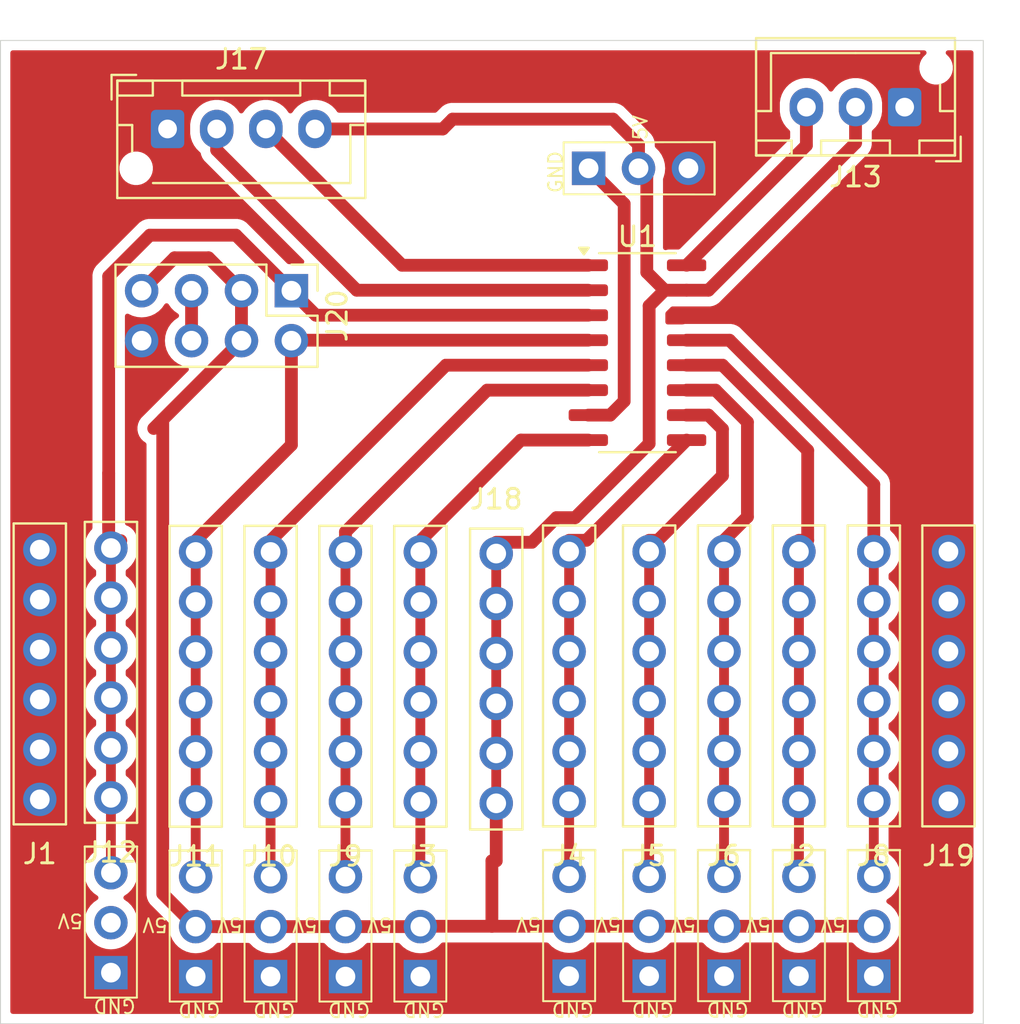
<source format=kicad_pcb>
(kicad_pcb
	(version 20240108)
	(generator "pcbnew")
	(generator_version "8.0")
	(general
		(thickness 1.6)
		(legacy_teardrops no)
	)
	(paper "A4")
	(layers
		(0 "F.Cu" signal)
		(31 "B.Cu" signal)
		(32 "B.Adhes" user "B.Adhesive")
		(33 "F.Adhes" user "F.Adhesive")
		(34 "B.Paste" user)
		(35 "F.Paste" user)
		(36 "B.SilkS" user "B.Silkscreen")
		(37 "F.SilkS" user "F.Silkscreen")
		(38 "B.Mask" user)
		(39 "F.Mask" user)
		(40 "Dwgs.User" user "User.Drawings")
		(41 "Cmts.User" user "User.Comments")
		(42 "Eco1.User" user "User.Eco1")
		(43 "Eco2.User" user "User.Eco2")
		(44 "Edge.Cuts" user)
		(45 "Margin" user)
		(46 "B.CrtYd" user "B.Courtyard")
		(47 "F.CrtYd" user "F.Courtyard")
		(48 "B.Fab" user)
		(49 "F.Fab" user)
		(50 "User.1" user)
		(51 "User.2" user)
		(52 "User.3" user)
		(53 "User.4" user)
		(54 "User.5" user)
		(55 "User.6" user)
		(56 "User.7" user)
		(57 "User.8" user)
		(58 "User.9" user)
	)
	(setup
		(stackup
			(layer "F.SilkS"
				(type "Top Silk Screen")
			)
			(layer "F.Paste"
				(type "Top Solder Paste")
			)
			(layer "F.Mask"
				(type "Top Solder Mask")
				(thickness 0.01)
			)
			(layer "F.Cu"
				(type "copper")
				(thickness 0.035)
			)
			(layer "dielectric 1"
				(type "core")
				(thickness 1.51)
				(material "FR4")
				(epsilon_r 4.5)
				(loss_tangent 0.02)
			)
			(layer "B.Cu"
				(type "copper")
				(thickness 0.035)
			)
			(layer "B.Mask"
				(type "Bottom Solder Mask")
				(thickness 0.01)
			)
			(layer "B.Paste"
				(type "Bottom Solder Paste")
			)
			(layer "B.SilkS"
				(type "Bottom Silk Screen")
			)
			(copper_finish "None")
			(dielectric_constraints no)
		)
		(pad_to_mask_clearance 0)
		(allow_soldermask_bridges_in_footprints no)
		(pcbplotparams
			(layerselection 0x00010fc_ffffffff)
			(plot_on_all_layers_selection 0x0000000_00000000)
			(disableapertmacros no)
			(usegerberextensions no)
			(usegerberattributes yes)
			(usegerberadvancedattributes yes)
			(creategerberjobfile yes)
			(dashed_line_dash_ratio 12.000000)
			(dashed_line_gap_ratio 3.000000)
			(svgprecision 4)
			(plotframeref no)
			(viasonmask no)
			(mode 1)
			(useauxorigin no)
			(hpglpennumber 1)
			(hpglpenspeed 20)
			(hpglpendiameter 15.000000)
			(pdf_front_fp_property_popups yes)
			(pdf_back_fp_property_popups yes)
			(dxfpolygonmode yes)
			(dxfimperialunits yes)
			(dxfusepcbnewfont yes)
			(psnegative no)
			(psa4output no)
			(plotreference yes)
			(plotvalue yes)
			(plotfptext yes)
			(plotinvisibletext no)
			(sketchpadsonfab no)
			(subtractmaskfromsilk no)
			(outputformat 1)
			(mirror no)
			(drillshape 1)
			(scaleselection 1)
			(outputdirectory "")
		)
	)
	(net 0 "")
	(net 1 "5V")
	(net 2 "GND")
	(net 3 "SWIO")
	(net 4 "SCL")
	(net 5 "SDA")
	(net 6 "PWM2")
	(net 7 "/PC7")
	(net 8 "/PC5")
	(net 9 "RC_IN")
	(net 10 "PWM1")
	(net 11 "/PD7")
	(net 12 "/PD6")
	(net 13 "/PA1")
	(net 14 "/PD5")
	(net 15 "/PA2")
	(net 16 "/PD4")
	(net 17 "Net-(J20-Pin_5)")
	(footprint "Stripe-ch32:Servo_pads" (layer "F.Cu") (at 5.618019 54.90011 180))
	(footprint "Connector_PinHeader_2.54mm:PinHeader_2x04_P2.54mm_Vertical" (layer "F.Cu") (at 14.8 20.225 -90))
	(footprint "Package_SO:SOP-16_3.9x9.9mm_P1.27mm" (layer "F.Cu") (at 32.405 23.375))
	(footprint "Stripe-ch32:stripe" (layer "F.Cu") (at 36.81 39.84 90))
	(footprint "Connector_JST:JST_XH_B4B-XH-AM_1x04_P2.50mm_Vertical" (layer "F.Cu") (at 8.5 12))
	(footprint "Stripe-ch32:Servo_pads" (layer "F.Cu") (at 40.62 55.08 180))
	(footprint "Stripe-ch32:Servo_pads" (layer "F.Cu") (at 9.93 55.1 180))
	(footprint "Stripe-ch32:stripe" (layer "F.Cu") (at 21.36 39.86 90))
	(footprint "Stripe-ch32:stripe" (layer "F.Cu") (at 40.62 39.84 90))
	(footprint "Stripe-ch32:stripe" (layer "F.Cu") (at 44.43 39.84 90))
	(footprint "Stripe-ch32:stripe" (layer "F.Cu") (at 13.74 39.86 90))
	(footprint "Stripe-ch32:Servo_pads" (layer "F.Cu") (at 29.92 14 90))
	(footprint "Stripe-ch32:stripe" (layer "F.Cu") (at 2 39.74 90))
	(footprint "Stripe-ch32:stripe" (layer "F.Cu") (at 17.55 39.86 90))
	(footprint "Stripe-ch32:Servo_pads" (layer "F.Cu") (at 36.81 55.08 180))
	(footprint "Stripe-ch32:stripe" (layer "F.Cu") (at 28.93 39.84 90))
	(footprint "Stripe-ch32:Servo_pads" (layer "F.Cu") (at 13.74 55.1 180))
	(footprint "Stripe-ch32:stripe" (layer "F.Cu") (at 33 39.84 90))
	(footprint "Stripe-ch32:stripe" (layer "F.Cu") (at 5.618019 39.66011 90))
	(footprint "Stripe-ch32:Servo_pads" (layer "F.Cu") (at 44.43 55.08 180))
	(footprint "Stripe-ch32:Servo_pads" (layer "F.Cu") (at 21.36 55.1 180))
	(footprint "Stripe-ch32:stripe" (layer "F.Cu") (at 25.220495 39.940275 -90))
	(footprint "Stripe-ch32:Servo_pads" (layer "F.Cu") (at 33 55.08 180))
	(footprint "Stripe-ch32:stripe" (layer "F.Cu") (at 48.227718 39.840917 90))
	(footprint "Stripe-ch32:stripe" (layer "F.Cu") (at 9.93 39.86 90))
	(footprint "Connector_JST:JST_XH_B3B-XH-AM_1x03_P2.50mm_Vertical" (layer "F.Cu") (at 46 10.89 180))
	(footprint "Stripe-ch32:Servo_pads" (layer "F.Cu") (at 17.55 55.1 180))
	(footprint "Stripe-ch32:Servo_pads" (layer "F.Cu") (at 28.93 55.08 180))
	(gr_rect
		(start 0 7.5)
		(end 50 57.5)
		(stroke
			(width 0.05)
			(type default)
		)
		(fill none)
		(layer "Edge.Cuts")
		(uuid "303295d6-c977-49c9-ba67-63731e697983")
	)
	(segment
		(start 16 12)
		(end 22.5 12)
		(width 0.65)
		(layer "F.Cu")
		(net 1)
		(uuid "05880e15-a80c-4dd3-afba-8a88bfb629cf")
	)
	(segment
		(start 27.035917 33.015275)
		(end 25.220495 33.015275)
		(width 0.65)
		(layer "F.Cu")
		(net 1)
		(uuid "12642a44-6af7-4259-9af6-9a5267e6523c")
	)
	(segment
		(start 33.791986 20.2)
		(end 33 20.991986)
		(width 0.65)
		(layer "F.Cu")
		(net 1)
		(uuid "293b97ef-59af-4cf7-a8ef-0916facc7b12")
	)
	(segment
		(start 22.5 12)
		(end 23 11.5)
		(width 0.65)
		(layer "F.Cu")
		(net 1)
		(uuid "29de0fb7-2b86-4328-a066-f33760a0cdd5")
	)
	(segment
		(start 10.585 18.55)
		(end 8.855 18.55)
		(width 0.65)
		(layer "F.Cu")
		(net 1)
		(uuid "2e7b12b8-4c79-4bc5-8654-3f84b3cfa306")
	)
	(segment
		(start 40.62 52.54)
		(end 44.43 52.54)
		(width 0.65)
		(layer "F.Cu")
		(net 1)
		(uuid "314ad16c-62bf-4198-95d9-28dc2fbb40b7")
	)
	(segment
		(start 33 20.991986)
		(end 33 28)
		(width 0.65)
		(layer "F.Cu")
		(net 1)
		(uuid "340d75b2-c184-47b4-a9ca-aa287821dd98")
	)
	(segment
		(start 33.791986 20.2)
		(end 32.88 19.288014)
		(width 0.65)
		(layer "F.Cu")
		(net 1)
		(uuid "3bb38ea5-f2f4-40cd-9e06-dda044bb2d9d")
	)
	(segment
		(start 21.38 52.54)
		(end 21.36 52.56)
		(width 0.65)
		(layer "F.Cu")
		(net 1)
		(uuid "3efe13e0-0cbe-457b-8844-a999eb5047e0")
	)
	(segment
		(start 36.81 52.54)
		(end 40.62 52.54)
		(width 0.65)
		(layer "F.Cu")
		(net 1)
		(uuid "44ab8787-c54a-428a-87c0-e2daf4f19ee2")
	)
	(segment
		(start 36.018014 20.2)
		(end 43.5 12.718014)
		(width 0.65)
		(layer "F.Cu")
		(net 1)
		(uuid "4a7c5f0b-b31b-4e8d-8359-316d37c9d1bf")
	)
	(segment
		(start 25 52.54)
		(end 21.38 52.54)
		(width 0.65)
		(layer "F.Cu")
		(net 1)
		(uuid "543617b3-c6b0-4b87-a30e-1ae04ef4fbea")
	)
	(segment
		(start 7.795 27.23)
		(end 12.26 22.765)
		(width 0.65)
		(layer "F.Cu")
		(net 1)
		(uuid "5c905d39-f895-4fac-9985-b213d5f5fd91")
	)
	(segment
		(start 17.55 52.56)
		(end 13.74 52.56)
		(width 0.65)
		(layer "F.Cu")
		(net 1)
		(uuid "66d30e67-8a84-4029-8100-bd5afa234be7")
	)
	(segment
		(start 28.286192 31.765)
		(end 27.035917 33.015275)
		(width 0.65)
		(layer "F.Cu")
		(net 1)
		(uuid "682e9c27-20b6-4069-af73-2f43ce9b9bf9")
	)
	(segment
		(start 33 52.54)
		(end 36.81 52.54)
		(width 0.65)
		(layer "F.Cu")
		(net 1)
		(uuid "6cd11ca5-8259-48ef-8418-f71adfad61d3")
	)
	(segment
		(start 13.74 52.56)
		(end 11 52.56)
		(width 0.65)
		(layer "F.Cu")
		(net 1)
		(uuid "74478b07-aeea-4720-b771-87a9e66b4606")
	)
	(segment
		(start 8.255 50.885)
		(end 9.93 52.56)
		(width 0.65)
		(layer "F.Cu")
		(net 1)
		(uuid "7499daef-dd5e-4ffc-9ab6-8af0120b3748")
	)
	(segment
		(start 21.36 52.56)
		(end 17.55 52.56)
		(width 0.65)
		(layer "F.Cu")
		(net 1)
		(uuid "766414ce-bb9a-47de-a788-7983baff8302")
	)
	(segment
		(start 34.905 20.2)
		(end 33.791986 20.2)
		(width 0.65)
		(layer "F.Cu")
		(net 1)
		(uuid "76971362-a7b4-4bb0-8138-a07d937bbaaa")
	)
	(segment
		(start 25 49.215)
		(end 25.220495 49.215)
		(width 0.65)
		(layer "F.Cu")
		(net 1)
		(uuid "7facc756-a97c-48ae-890e-b8b9fe67c853")
	)
	(segment
		(start 32.88 14.42)
		(end 32.46 14)
		(width 0.65)
		(layer "F.Cu")
		(net 1)
		(uuid "823c641f-1c86-412f-ac68-3bc17504498e")
	)
	(segment
		(start 25.220495 49.215)
		(end 25.220495 46.865275)
		(width 0.65)
		(layer "F.Cu")
		(net 1)
		(uuid "82c7a138-a7ba-4d24-8b42-a3d08fd70bc5")
	)
	(segment
		(start 12.26 22.765)
		(end 12.26 20.225)
		(width 0.65)
		(layer "F.Cu")
		(net 1)
		(uuid "8926d46a-7c60-4e08-983d-c298633b7372")
	)
	(segment
		(start 12.26 22.765)
		(end 8.255 26.77)
		(width 0.65)
		(layer "F.Cu")
		(net 1)
		(uuid "8981fba5-aaba-452b-8701-7f6aa1041bb1")
	)
	(segment
		(start 32.88 19.288014)
		(end 32.88 14.42)
		(width 0.65)
		(layer "F.Cu")
		(net 1)
		(uuid "8e9fc69f-ac92-4725-b25f-c144a5850653")
	)
	(segment
		(start 33 28)
		(end 29.235 31.765)
		(width 0.65)
		(layer "F.Cu")
		(net 1)
		(uuid "974ea583-1142-41df-8efe-d3c282db3a9b")
	)
	(segment
		(start 29.235 31.765)
		(end 28.286192 31.765)
		(width 0.65)
		(layer "F.Cu")
		(net 1)
		(uuid "9ba3c846-ce9f-499d-a435-98e1e993c71c")
	)
	(segment
		(start 28.93 52.54)
		(end 25 52.54)
		(width 0.65)
		(layer "F.Cu")
		(net 1)
		(uuid "a0d6d85f-6f0c-4163-ba07-237038711ab7")
	)
	(segment
		(start 11 52.56)
		(end 9.93 52.56)
		(width 0.65)
		(layer "F.Cu")
		(net 1)
		(uuid "a3c4c716-a50f-4343-9a08-3cc5379cfa2b")
	)
	(segment
		(start 32.46 14)
		(end 32.46 12.797919)
		(width 0.65)
		(layer "F.Cu")
		(net 1)
		(uuid "b2a7e7ac-3118-4215-b97c-8639549125a2")
	)
	(segment
		(start 12.26 20.225)
		(end 10.585 18.55)
		(width 0.65)
		(layer "F.Cu")
		(net 1)
		(uuid "b4e203b9-6a78-4052-8a6e-5bce4f5919f7")
	)
	(segment
		(start 32.46 12.797919)
		(end 31.162081 11.5)
		(width 0.65)
		(layer "F.Cu")
		(net 1)
		(uuid "b97daf8c-2b02-4c65-9de2-ed973933ab7e")
	)
	(segment
		(start 8.855 18.55)
		(end 7.18 20.225)
		(width 0.65)
		(layer "F.Cu")
		(net 1)
		(uuid "c0becd58-619d-4b65-8f0f-758a4b6946a4")
	)
	(segment
		(start 31.162081 11.5)
		(end 23 11.5)
		(width 0.65)
		(layer "F.Cu")
		(net 1)
		(uuid "ca4660fd-f8a3-4884-a507-0498b58fca9f")
	)
	(segment
		(start 25 52.54)
		(end 25 49.215)
		(width 0.65)
		(layer "F.Cu")
		(net 1)
		(uuid "d0b1ca64-88e6-48e7-ab3f-b77c7562ebd8")
	)
	(segment
		(start 28.93 52.54)
		(end 33 52.54)
		(width 0.65)
		(layer "F.Cu")
		(net 1)
		(uuid "ed8473c7-24bd-4d0e-9c46-84fbfb45456d")
	)
	(segment
		(start 43.5 12.718014)
		(end 43.5 10.89)
		(width 0.65)
		(layer "F.Cu")
		(net 1)
		(uuid "f12162c2-bf70-4d04-b688-434beecce85b")
	)
	(segment
		(start 8.255 26.77)
		(end 8.255 50.885)
		(width 0.65)
		(layer "F.Cu")
		(net 1)
		(uuid "f3a82ede-5889-4068-827e-96ba0196c4fc")
	)
	(segment
		(start 34.905 20.2)
		(end 36.018014 20.2)
		(width 0.65)
		(layer "F.Cu")
		(net 1)
		(uuid "fdb2aa67-cee1-4663-b638-056df70d4426")
	)
	(segment
		(start 31.73 15.81)
		(end 29.92 14)
		(width 0.65)
		(layer "F.Cu")
		(net 3)
		(uuid "1e944110-3fbb-445a-b209-f723883915ae")
	)
	(segment
		(start 31.018014 26.55)
		(end 31.73 25.838014)
		(width 0.65)
		(layer "F.Cu")
		(net 3)
		(uuid "2d9c91b8-841c-46a6-818d-a79c218c4b50")
	)
	(segment
		(start 31.73 25.838014)
		(end 31.73 15.81)
		(width 0.65)
		(layer "F.Cu")
		(net 3)
		(uuid "fb155eea-0ba5-444c-a333-276874f57d67")
	)
	(segment
		(start 29.905 26.55)
		(end 31.018014 26.55)
		(width 0.65)
		(layer "F.Cu")
		(net 3)
		(uuid "fe1b2c35-280a-434c-8b84-6dd768ede66a")
	)
	(segment
		(start 29.905 20.2)
		(end 18.125 20.2)
		(width 0.65)
		(layer "F.Cu")
		(net 4)
		(uuid "703c4b16-7e02-4d6a-9fcb-97c1c2e5c97b")
	)
	(segment
		(start 11 13.075)
		(end 11 12)
		(width 0.65)
		(layer "F.Cu")
		(net 4)
		(uuid "77d2abfb-a3b1-4386-8bb2-a3b91a51a1a2")
	)
	(segment
		(start 18.125 20.2)
		(end 11 13.075)
		(width 0.65)
		(layer "F.Cu")
		(net 4)
		(uuid "b32650ab-a3dc-4837-942c-401f5d523c70")
	)
	(segment
		(start 13.5 12)
		(end 20.43 18.93)
		(width 0.65)
		(layer "F.Cu")
		(net 5)
		(uuid "5f0048d4-3ed5-49a1-b210-a280ddcfe7c7")
	)
	(segment
		(start 20.43 18.93)
		(end 29.905 18.93)
		(width 0.65)
		(layer "F.Cu")
		(net 5)
		(uuid "b11d5a8a-6b66-4550-852c-96ce925a21f5")
	)
	(segment
		(start 29.905 22.74)
		(end 14.825 22.74)
		(width 0.65)
		(layer "F.Cu")
		(net 6)
		(uuid "4d226d92-ac70-4d15-b339-59d0e205d028")
	)
	(segment
		(start 9.93 50.02)
		(end 9.93 46.41)
		(width 0.5)
		(layer "F.Cu")
		(net 6)
		(uuid "506246c1-70a4-4e69-8b4a-99d5c9f12597")
	)
	(segment
		(start 14.825 22.74)
		(end 14.8 22.765)
		(width 0.65)
		(layer "F.Cu")
		(net 6)
		(uuid "7ebc4135-d66c-4597-9970-d078f1398b37")
	)
	(segment
		(start 14.8 22.765)
		(end 14.8 28.065)
		(width 0.65)
		(layer "F.Cu")
		(net 6)
		(uuid "c3637807-779b-43fb-bb7c-2c15d3f63f38")
	)
	(segment
		(start 14.8 28.065)
		(end 9.93 32.935)
		(width 0.65)
		(layer "F.Cu")
		(net 6)
		(uuid "d668c0bd-b932-4730-a54d-e6063b7f2a28")
	)
	(segment
		(start 24.75972 25.28)
		(end 17.55 32.48972)
		(width 0.65)
		(layer "F.Cu")
		(net 7)
		(uuid "296cc149-7030-4ff9-8c88-13889d7e0bd4")
	)
	(segment
		(start 29.905 25.28)
		(end 24.75972 25.28)
		(width 0.65)
		(layer "F.Cu")
		(net 7)
		(uuid "6161b5bd-d27f-4569-9f23-eb377de8a1a6")
	)
	(segment
		(start 17.55 32.48972)
		(end 17.55 32.935)
		(width 0.65)
		(layer "F.Cu")
		(net 7)
		(uuid "a5efdd36-e7ea-4d06-a7b5-ec1e3ebbc7cb")
	)
	(segment
		(start 17.55 50.02)
		(end 17.55 46.41)
		(width 0.5)
		(layer "F.Cu")
		(net 7)
		(uuid "ca93fb35-f5e9-4e69-81ee-88d29c916d71")
	)
	(segment
		(start 29.905 24.01)
		(end 22.665 24.01)
		(width 0.65)
		(layer "F.Cu")
		(net 8)
		(uuid "13d52d75-63b2-4949-9652-13e2c76ef179")
	)
	(segment
		(start 22.665 24.01)
		(end 13.74 32.935)
		(width 0.65)
		(layer "F.Cu")
		(net 8)
		(uuid "b373506f-8cd5-456b-88b6-9c13cb809301")
	)
	(segment
		(start 13.74 50.02)
		(end 13.74 46.41)
		(width 0.5)
		(layer "F.Cu")
		(net 8)
		(uuid "d07dcee8-ac60-4fc1-ac03-dd4fae7606ec")
	)
	(segment
		(start 41 10.89)
		(end 41 12.835)
		(width 0.65)
		(layer "F.Cu")
		(net 9)
		(uuid "27b71639-2e6d-44c0-89e6-4ff60c0ffbb1")
	)
	(segment
		(start 41 12.835)
		(end 34.905 18.93)
		(width 0.65)
		(layer "F.Cu")
		(net 9)
		(uuid "d85f207f-2c48-4ea2-8d5c-d440b25723c3")
	)
	(segment
		(start 14.8 20.225)
		(end 11.975 17.4)
		(width 0.65)
		(layer "F.Cu")
		(net 10)
		(uuid "048ae486-337c-4beb-bc7d-a767bed3fc7b")
	)
	(segment
		(start 5.505 29.5)
		(end 5.505 32.32)
		(width 0.65)
		(layer "F.Cu")
		(net 10)
		(uuid "3f95e34f-4abc-4565-aea5-ca5bbffc54ee")
	)
	(segment
		(start 5.505 32.76528)
		(end 5.67472 32.935)
		(width 0.65)
		(layer "F.Cu")
		(net 10)
		(uuid "4c17021e-a4dc-4456-9e8c-1460cbacda74")
	)
	(segment
		(start 11.975 17.4)
		(end 7.6 17.4)
		(width 0.65)
		(layer "F.Cu")
		(net 10)
		(uuid "56789796-17f1-4fbd-995b-ff959956113e")
	)
	(segment
		(start 5.618019 49.82011)
		(end 5.618019 46.21011)
		(width 0.5)
		(layer "F.Cu")
		(net 10)
		(uuid "7e22c080-8222-4931-87a3-bca3d971c1ab")
	)
	(segment
		(start 5.505 29.5)
		(end 5.505 32.76528)
		(width 0.65)
		(layer "F.Cu")
		(net 10)
		(uuid "96668812-2e84-4ab0-b89c-797f21eab5ec")
	)
	(segment
		(start 7.6 17.4)
		(end 5.505 19.495)
		(width 0.65)
		(layer "F.Cu")
		(net 10)
		(uuid "b27aee2d-dc5f-405b-b35a-0a4bda09277e")
	)
	(segment
		(start 5.67472 32.935)
		(end 6.12 32.935)
		(width 0.65)
		(layer "F.Cu")
		(net 10)
		(uuid "cb0fba34-7fbe-4c50-a126-f1d92bd58541")
	)
	(segment
		(start 16.045 21.47)
		(end 14.8 20.225)
		(width 0.65)
		(layer "F.Cu")
		(net 10)
		(uuid "dc9c3b96-1b68-44c4-ace4-1f2626db3de7")
	)
	(segment
		(start 29.905 21.47)
		(end 16.045 21.47)
		(width 0.65)
		(layer "F.Cu")
		(net 10)
		(uuid "ddc03c30-817b-494f-a644-cd705e83fc1c")
	)
	(segment
		(start 5.505 19.495)
		(end 5.505 29.5)
		(width 0.65)
		(layer "F.Cu")
		(net 10)
		(uuid "fa11d006-a4f6-4b10-af73-5a35b2cb5696")
	)
	(segment
		(start 36.37436 25.28)
		(end 38 26.90564)
		(width 0.65)
		(layer "F.Cu")
		(net 11)
		(uuid "264fed00-4bb1-4540-b5bd-dd3a08b42bcb")
	)
	(segment
		(start 38 31.725)
		(end 36.81 32.915)
		(width 0.65)
		(layer "F.Cu")
		(net 11)
		(uuid "3a513385-338c-4afe-8ae4-39be740e1cf6")
	)
	(segment
		(start 34.905 25.28)
		(end 36.37436 25.28)
		(width 0.65)
		(layer "F.Cu")
		(net 11)
		(uuid "cb07ab4d-60c0-4263-95f3-779ce41bd1c2")
	)
	(segment
		(start 36.81 50)
		(end 36.81 46.39)
		(width 0.5)
		(layer "F.Cu")
		(net 11)
		(uuid "cdf6cf24-f431-42fb-b50f-c972762e6833")
	)
	(segment
		(start 38 26.90564)
		(end 38 31.725)
		(width 0.65)
		(layer "F.Cu")
		(net 11)
		(uuid "e5dd2a92-3eca-436d-aa29-8fcbf3b31ee3")
	)
	(segment
		(start 36.73 29.63028)
		(end 33.44528 32.915)
		(width 0.65)
		(layer "F.Cu")
		(net 12)
		(uuid "0bf773af-c18b-46db-a03f-c442cc56ffa3")
	)
	(segment
		(start 36.73 27.261986)
		(end 36.73 29.63028)
		(width 0.65)
		(layer "F.Cu")
		(net 12)
		(uuid "2acfe05e-1a1d-4364-8fc8-04f46e5628f1")
	)
	(segment
		(start 36.018014 26.55)
		(end 36.73 27.261986)
		(width 0.65)
		(layer "F.Cu")
		(net 12)
		(uuid "5fd46991-c0d6-4a5a-81b3-1bc5ea6acedd")
	)
	(segment
		(start 33.44528 32.915)
		(end 33 32.915)
		(width 0.65)
		(layer "F.Cu")
		(net 12)
		(uuid "ad162cb2-c89e-49b4-9a23-cc89c47bf16f")
	)
	(segment
		(start 34.905 26.55)
		(end 36.018014 26.55)
		(width 0.65)
		(layer "F.Cu")
		(net 12)
		(uuid "ae1d1daa-9bd5-4b5d-ad16-dac9f28494f3")
	)
	(segment
		(start 33 50)
		(end 33 46.39)
		(width 0.5)
		(layer "F.Cu")
		(net 12)
		(uuid "c341e5b7-0bca-4898-85b0-470ac94e28d9")
	)
	(segment
		(start 41.06528 28.344574)
		(end 41.06528 32.915)
		(width 0.65)
		(layer "F.Cu")
		(net 13)
		(uuid "09eff772-bc7e-4802-9844-0e4ab31c56a3")
	)
	(segment
		(start 36.730706 24.01)
		(end 41.06528 28.344574)
		(width 0.65)
		(layer "F.Cu")
		(net 13)
		(uuid "740c5cf2-65b6-4329-b2bd-62121b51d26e")
	)
	(segment
		(start 40.62 50)
		(end 40.62 46.39)
		(width 0.5)
		(layer "F.Cu")
		(net 13)
		(uuid "e1294f58-05e2-41a1-8caa-e81f8905e83d")
	)
	(segment
		(start 34.905 24.01)
		(end 36.730706 24.01)
		(width 0.65)
		(layer "F.Cu")
		(net 13)
		(uuid "e1a0b2d9-f7c6-48dc-bae3-fc10ac3f5623")
	)
	(segment
		(start 41.06528 32.915)
		(end 40.62 32.915)
		(width 0.65)
		(layer "F.Cu")
		(net 13)
		(uuid "fa236e4c-646c-4540-ac94-ea21e02be1b6")
	)
	(segment
		(start 29.81 32.915)
		(end 28.93 32.915)
		(width 0.65)
		(layer "F.Cu")
		(net 14)
		(uuid "5eaa345c-b681-4aba-8e2b-6c06b0330d56")
	)
	(segment
		(start 28.93 50)
		(end 28.93 46.39)
		(width 0.5)
		(layer "F.Cu")
		(net 14)
		(uuid "8ccd2c9f-e332-4421-9e6a-e0dff0a52daf")
	)
	(segment
		(start 34.905 27.82)
		(end 29.81 32.915)
		(width 0.65)
		(layer "F.Cu")
		(net 14)
		(uuid "bc3add70-0e71-4323-af49-eaef3cec5944")
	)
	(segment
		(start 37.087052 22.74)
		(end 44.43 30.082948)
		(width 0.65)
		(layer "F.Cu")
		(net 15)
		(uuid "12073305-fdbb-4e7c-b7a3-1170b8e590bf")
	)
	(segment
		(start 44.43 50)
		(end 44.43 46.39)
		(width 0.5)
		(layer "F.Cu")
		(net 15)
		(uuid "22aa7705-170a-4844-a0f1-32b1adc0905b")
	)
	(segment
		(start 44.43 30.082948)
		(end 44.43 32.915)
		(width 0.65)
		(layer "F.Cu")
		(net 15)
		(uuid "cd0ba34e-54cc-4707-8927-70c00787ac29")
	)
	(segment
		(start 34.905 22.74)
		(end 37.087052 22.74)
		(width 0.65)
		(layer "F.Cu")
		(net 15)
		(uuid "db86b6ab-dfb4-4051-a5d8-5e1eed751d2b")
	)
	(segment
		(start 21.36 50.02)
		(end 21.36 46.41)
		(width 0.5)
		(layer "F.Cu")
		(net 16)
		(uuid "58e0df1f-dbb3-4879-90ec-702a2ebc7f3c")
	)
	(segment
		(start 26.475 27.82)
		(end 21.36 32.935)
		(width 0.65)
		(layer "F.Cu")
		(net 16)
		(uuid "bacb6e5e-cd3a-4148-a402-159743a8ceda")
	)
	(segment
		(start 29.905 27.82)
		(end 26.475 27.82)
		(width 0.65)
		(layer "F.Cu")
		(net 16)
		(uuid "de8ef48f-36dd-4545-81f4-62a7ac4b5d64")
	)
	(segment
		(start 9.72 20.225)
		(end 9.72 22.765)
		(width 0.65)
		(layer "F.Cu")
		(net 17)
		(uuid "82930127-0fd4-4350-9a71-65e92cfeff2f")
	)
	(zone
		(net 0)
		(net_name "")
		(layer "F.Cu")
		(uuid "3799d836-cf83-4d04-87a2-2d00fca304c8")
		(hatch edge 0.5)
		(connect_pads
			(clearance 0.5)
		)
		(min_thickness 0.25)
		(filled_areas_thickness no)
		(fill yes
			(thermal_gap 0.5)
			(thermal_bridge_width 0.5)
			(island_removal_mode 1)
			(island_area_min 10)
		)
		(polygon
			(pts
				(xy 29.23 16.39) (xy 30.5 16.39) (xy 29.865 17.66)
			)
		)
	)
	(zone
		(net 2)
		(net_name "GND")
		(layer "F.Cu")
		(uuid "93e1f69c-06e4-4397-9eee-40a4a6a240eb")
		(name "gnd")
		(hatch edge 0.5)
		(priority 1)
		(connect_pads yes
			(clearance 0.5)
		)
		(min_thickness 0.25)
		(filled_areas_thickness no)
		(fill yes
			(thermal_gap 0.5)
			(thermal_bridge_width 0.5)
		)
		(polygon
			(pts
				(xy 50.22 7.83) (xy 50.22 57.25) (xy 0.04 57.25) (xy 0.04 7.83)
			)
		)
		(filled_polygon
			(layer "F.Cu")
			(pts
				(xy 47.058638 8.020185) (xy 47.104393 8.072989) (xy 47.114337 8.142147) (xy 47.085312 8.205703)
				(xy 47.060487 8.227604) (xy 47.057836 8.229374) (xy 46.939373 8.347837) (xy 46.846295 8.487139)
				(xy 46.782184 8.641917) (xy 46.782182 8.641925) (xy 46.7495 8.806228) (xy 46.7495 8.973771) (xy 46.782182 9.138074)
				(xy 46.782184 9.138082) (xy 46.846295 9.29286) (xy 46.939373 9.432162) (xy 47.057837 9.550626) (xy 47.146621 9.609949)
				(xy 47.197137 9.643703) (xy 47.351918 9.707816) (xy 47.48806 9.734896) (xy 47.516228 9.740499) (xy 47.516232 9.7405)
				(xy 47.516233 9.7405) (xy 47.683768 9.7405) (xy 47.683769 9.740499) (xy 47.848082 9.707816) (xy 48.002863 9.643703)
				(xy 48.142162 9.550626) (xy 48.260626 9.432162) (xy 48.353703 9.292863) (xy 48.417816 9.138082)
				(xy 48.4505 8.973767) (xy 48.4505 8.806233) (xy 48.417816 8.641918) (xy 48.353703 8.487137) (xy 48.322537 8.440494)
				(xy 48.260626 8.347837) (xy 48.142163 8.229374) (xy 48.139513 8.227604) (xy 48.138437 8.226317)
				(xy 48.137454 8.22551) (xy 48.137607 8.225323) (xy 48.094707 8.173993) (xy 48.085997 8.104669) (xy 48.11615 8.04164)
				(xy 48.175592 8.004919) (xy 48.208401 8.0005) (xy 49.3755 8.0005) (xy 49.442539 8.020185) (xy 49.488294 8.072989)
				(xy 49.4995 8.1245) (xy 49.4995 56.8755) (xy 49.479815 56.942539) (xy 49.427011 56.988294) (xy 49.3755 56.9995)
				(xy 0.6245 56.9995) (xy 0.557461 56.979815) (xy 0.511706 56.927011) (xy 0.5005 56.8755) (xy 0.5005 33.310109)
				(xy 4.26236 33.310109) (xy 4.26236 33.31011) (xy 4.282955 33.545513) (xy 4.282957 33.545523) (xy 4.344113 33.773765)
				(xy 4.344115 33.773769) (xy 4.344116 33.773773) (xy 4.390397 33.873022) (xy 4.443984 33.98794) (xy 4.443986 33.987944)
				(xy 4.490196 34.053938) (xy 4.569944 34.16783) (xy 4.57952 34.181505) (xy 4.579525 34.181512) (xy 4.746614 34.348602)
				(xy 4.746617 34.348604) (xy 4.746618 34.348605) (xy 4.814642 34.396235) (xy 4.858267 34.450811)
				(xy 4.867519 34.49781) (xy 4.867519 34.662408) (xy 4.847834 34.729447) (xy 4.814644 34.763982) (xy 4.746614 34.811617)
				(xy 4.579524 34.978707) (xy 4.443984 35.172279) (xy 4.443983 35.172281) (xy 4.344117 35.386445)
				(xy 4.344113 35.386454) (xy 4.282957 35.614696) (xy 4.282955 35.614706) (xy 4.26236 35.850109) (xy 4.26236 35.85011)
				(xy 4.282955 36.085513) (xy 4.282957 36.085523) (xy 4.344113 36.313765) (xy 4.344115 36.313769)
				(xy 4.344116 36.313773) (xy 4.427997 36.493655) (xy 4.443984 36.52794) (xy 4.443986 36.527944) (xy 4.490196 36.593938)
				(xy 4.569944 36.70783) (xy 4.57952 36.721505) (xy 4.579525 36.721512) (xy 4.746614 36.888602) (xy 4.746617 36.888604)
				(xy 4.746618 36.888605) (xy 4.814642 36.936235) (
... [33364 chars truncated]
</source>
